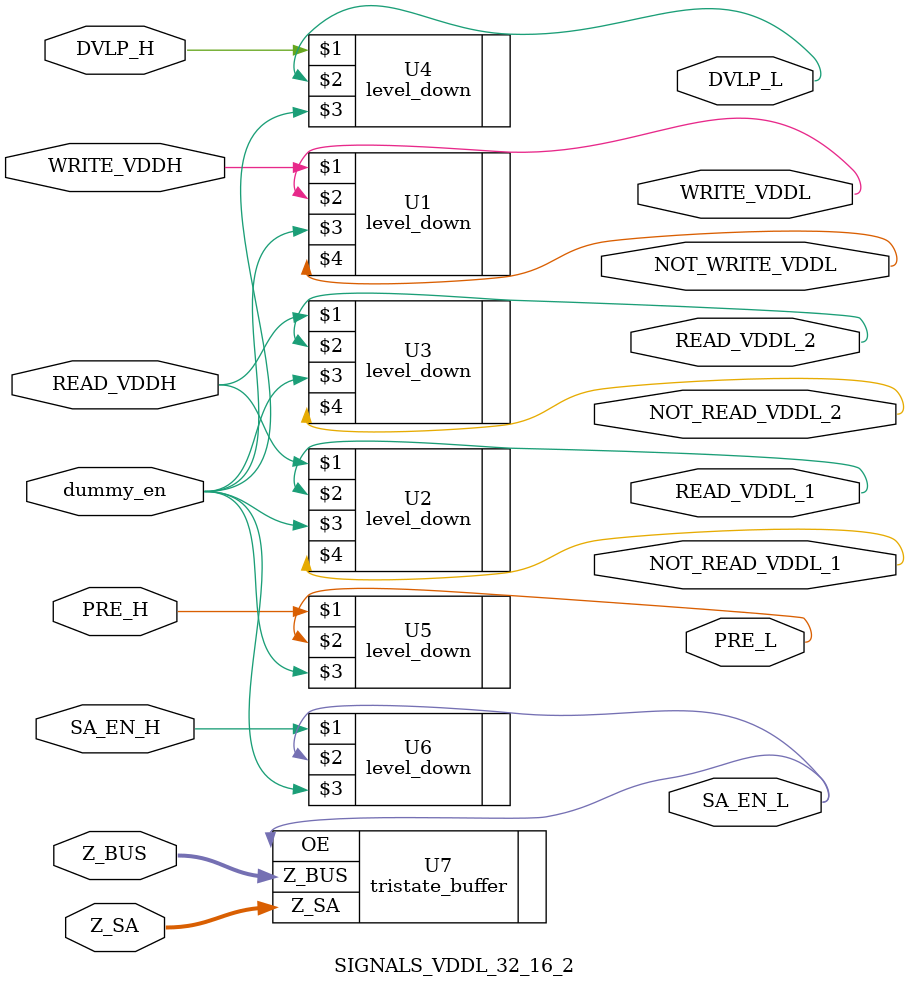
<source format=v>


`include "/ibe/users/da220/Cadence/WORK_TSMC180FORTE/DIGITAL/rtl/level_down/level_down.v"
`include "/ibe/users/da220/Cadence/WORK_TSMC180FORTE/DIGITAL/rtl/tristate_buffer/tristate_buffer.v"

// NAME MODIFIED //
module SIGNALS_VDDL_32_16_2(
// END MODIFY NAME //
WRITE_VDDH,
READ_VDDH,
DVLP_H,
PRE_H,
SA_EN_H,
dummy_en,
WRITE_VDDL,
NOT_WRITE_VDDL,
READ_VDDL_1,
NOT_READ_VDDL_1,
READ_VDDL_2,
NOT_READ_VDDL_2,
DVLP_L,
PRE_L,
Z_SA,
//Z_WR,
Z_BUS,
SA_EN_L,
);

// SKILL MODIFICATIONS //
parameter B_SIZE = 2;
// END OF SKILL MODIFICATION //

// Inputs
input	WRITE_VDDH;
input	READ_VDDH;
input	DVLP_H;
input	PRE_H;
input	SA_EN_H;
input	dummy_en;

// Input Ouput
inout	[B_SIZE-1:0] Z_SA;
//inout	[B_SIZE-1:0] Z_WR;
inout	[B_SIZE-1:0] Z_BUS;

// Outputs
output	WRITE_VDDL;
output	NOT_WRITE_VDDL;
output	READ_VDDL_1;
output	NOT_READ_VDDL_1;
output	READ_VDDL_2;
output	NOT_READ_VDDL_2;
output 	DVLP_L;
output	PRE_L;
output	SA_EN_L;

// Wires
wire	WRITE_VDDH;
wire	READ_VDDH;
wire	DVLP_H;
wire	PRE_H;
wire	SA_EN_H;
wire	dummy_en;
wire	WRITE_VDDL;
wire	NOT_WRITE_VDDL;
wire	READ_VDDL_1;
wire	NOT_READ_VDDL_1;
wire	READ_VDDL_2;
wire	NOT_READ_VDDL_2;
wire 	DVLP_L;
wire	PRE_L;
wire	SA_EN_L;
wire	[B_SIZE-1:0] Z_BUS;
wire	[B_SIZE-1:0] Z_SA;
//wire	[B_SIZE-1:0] Z_WR;



level_down U1(WRITE_VDDH, WRITE_VDDL, dummy_en, NOT_WRITE_VDDL);
level_down U2(READ_VDDH, READ_VDDL_1, dummy_en, NOT_READ_VDDL_1);
level_down U3(READ_VDDH, READ_VDDL_2, dummy_en, NOT_READ_VDDL_2);
level_down U4(DVLP_H, DVLP_L, dummy_en,);
level_down U5(PRE_H, PRE_L, dummy_en,);
level_down U6(SA_EN_H, SA_EN_L, dummy_en,);
tristate_buffer #(B_SIZE) U7(
.Z_SA	(Z_SA),
//.Z_WR	(Z_WR),
.Z_BUS	(Z_BUS),
.OE		(SA_EN_L)
);

endmodule
</source>
